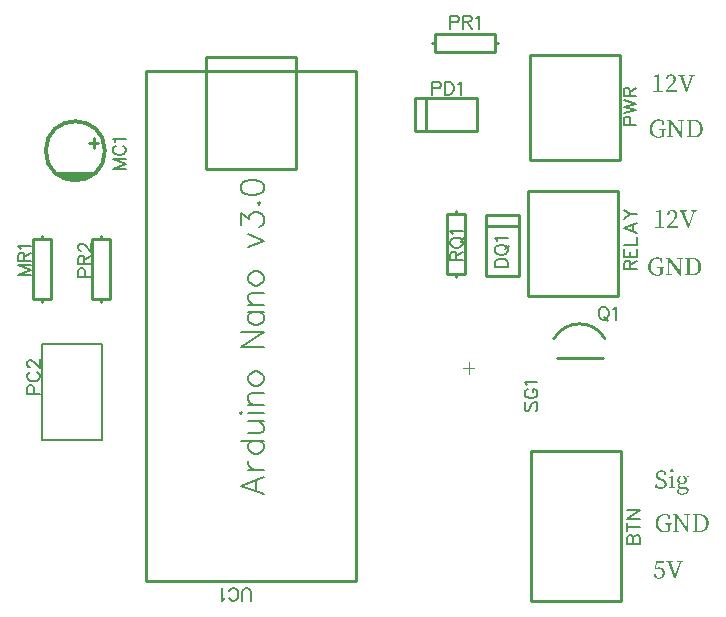
<source format=gto>
G04 Layer: TopSilkLayer*
G04 EasyEDA v6.4.17, 2021-03-05T14:08:29+01:00*
G04 e79a21ba503147348f05fdbb2aa03285,d81f5713b0f84f0ea64707c539aa2fa5,10*
G04 Gerber Generator version 0.2*
G04 Scale: 100 percent, Rotated: No, Reflected: No *
G04 Dimensions in millimeters *
G04 leading zeros omitted , absolute positions ,4 integer and 5 decimal *
%FSLAX45Y45*%
%MOMM*%

%ADD10C,0.2540*%
%ADD20C,0.1778*%
%ADD21C,0.3000*%
%ADD22C,0.2032*%
%ADD23C,0.1524*%

%LPD*%
G36*
X6541516Y5269992D02*
G01*
X6536029Y5269738D01*
X6530746Y5269077D01*
X6525615Y5267909D01*
X6520789Y5266283D01*
X6516217Y5264150D01*
X6512001Y5261610D01*
X6508191Y5258562D01*
X6504838Y5255107D01*
X6501993Y5251145D01*
X6499656Y5246725D01*
X6497929Y5241798D01*
X6496812Y5236464D01*
X6498793Y5233670D01*
X6501333Y5231536D01*
X6504330Y5230114D01*
X6507734Y5229606D01*
X6511594Y5230368D01*
X6514896Y5232755D01*
X6517640Y5237124D01*
X6519926Y5243576D01*
X6524244Y5259832D01*
X6530898Y5261000D01*
X6536435Y5261356D01*
X6542328Y5260797D01*
X6547662Y5259070D01*
X6552285Y5256326D01*
X6556197Y5252618D01*
X6559346Y5248046D01*
X6561683Y5242610D01*
X6563106Y5236464D01*
X6563614Y5229606D01*
X6563410Y5225186D01*
X6562750Y5220716D01*
X6561683Y5216296D01*
X6560159Y5211775D01*
X6558229Y5207152D01*
X6555790Y5202478D01*
X6552946Y5197602D01*
X6545834Y5187340D01*
X6536842Y5176164D01*
X6497828Y5131816D01*
X6497828Y5118100D01*
X6589268Y5118100D01*
X6589268Y5135372D01*
X6512052Y5135372D01*
X6538468Y5162296D01*
X6553352Y5178094D01*
X6564833Y5191201D01*
X6569456Y5196941D01*
X6573316Y5202275D01*
X6576466Y5207304D01*
X6578955Y5212080D01*
X6580886Y5216702D01*
X6582156Y5221274D01*
X6582918Y5225897D01*
X6583172Y5230622D01*
X6582918Y5236260D01*
X6582054Y5241544D01*
X6580682Y5246522D01*
X6578752Y5251094D01*
X6576212Y5255260D01*
X6573113Y5258968D01*
X6569405Y5262219D01*
X6565087Y5264912D01*
X6560108Y5267096D01*
X6554571Y5268671D01*
X6548374Y5269636D01*
G37*
G36*
X6440170Y5269230D02*
G01*
X6394450Y5257292D01*
X6394450Y5249672D01*
X6424168Y5252466D01*
X6424117Y5156149D01*
X6423660Y5129530D01*
X6392164Y5124958D01*
X6392164Y5118100D01*
X6474206Y5118100D01*
X6474206Y5124958D01*
X6442964Y5129530D01*
X6442456Y5165090D01*
X6442456Y5234940D01*
X6443218Y5266944D01*
G37*
G36*
X6601459Y5266944D02*
G01*
X6601459Y5259324D01*
X6618224Y5257546D01*
X6670294Y5116576D01*
X6679692Y5116576D01*
X6726428Y5256784D01*
X6745731Y5259578D01*
X6745731Y5266944D01*
X6694678Y5266944D01*
X6694678Y5258562D01*
X6715252Y5256530D01*
X6678930Y5144770D01*
X6640068Y5256784D01*
X6661658Y5258562D01*
X6661658Y5266944D01*
G37*
G36*
X6436614Y4889195D02*
G01*
X6430010Y4888941D01*
X6423609Y4888230D01*
X6417462Y4887061D01*
X6411569Y4885436D01*
X6405880Y4883353D01*
X6400495Y4880864D01*
X6395364Y4878019D01*
X6390589Y4874768D01*
X6386068Y4871161D01*
X6381902Y4867198D01*
X6378041Y4862880D01*
X6374536Y4858258D01*
X6371386Y4853279D01*
X6368643Y4848047D01*
X6366256Y4842560D01*
X6364274Y4836820D01*
X6362700Y4830775D01*
X6361582Y4824577D01*
X6360922Y4818126D01*
X6360668Y4811471D01*
X6360871Y4804714D01*
X6361582Y4798161D01*
X6362649Y4791862D01*
X6364173Y4785766D01*
X6366154Y4779975D01*
X6368440Y4774438D01*
X6371183Y4769205D01*
X6374282Y4764278D01*
X6377686Y4759604D01*
X6381496Y4755337D01*
X6385610Y4751374D01*
X6390081Y4747768D01*
X6394856Y4744516D01*
X6399885Y4741672D01*
X6405270Y4739233D01*
X6410858Y4737201D01*
X6416751Y4735576D01*
X6422898Y4734407D01*
X6429248Y4733696D01*
X6435852Y4733493D01*
X6442557Y4733696D01*
X6448958Y4734356D01*
X6455156Y4735423D01*
X6461150Y4736896D01*
X6467043Y4738776D01*
X6472834Y4740960D01*
X6484366Y4746447D01*
X6484874Y4798771D01*
X6498336Y4800041D01*
X6498336Y4807661D01*
X6440424Y4807661D01*
X6440424Y4800041D01*
X6464046Y4798263D01*
X6464300Y4747717D01*
X6458254Y4745736D01*
X6452158Y4744415D01*
X6445910Y4743653D01*
X6439408Y4743399D01*
X6433159Y4743704D01*
X6427266Y4744567D01*
X6421628Y4745990D01*
X6416344Y4748022D01*
X6411417Y4750562D01*
X6406845Y4753660D01*
X6402628Y4757267D01*
X6398818Y4761433D01*
X6395415Y4766056D01*
X6392418Y4771186D01*
X6389827Y4776774D01*
X6387693Y4782820D01*
X6386017Y4789322D01*
X6384798Y4796282D01*
X6384036Y4803648D01*
X6383782Y4811471D01*
X6384036Y4819345D01*
X6384848Y4826762D01*
X6386118Y4833772D01*
X6387896Y4840325D01*
X6390132Y4846370D01*
X6392773Y4851958D01*
X6395872Y4857089D01*
X6399326Y4861661D01*
X6403187Y4865776D01*
X6407404Y4869383D01*
X6411925Y4872431D01*
X6416802Y4874971D01*
X6421932Y4876952D01*
X6427368Y4878374D01*
X6433007Y4879238D01*
X6438900Y4879543D01*
X6445554Y4879136D01*
X6451955Y4877917D01*
X6458102Y4875885D01*
X6464046Y4872939D01*
X6469380Y4845253D01*
X6481572Y4845253D01*
X6481064Y4878273D01*
X6476390Y4880864D01*
X6471564Y4883048D01*
X6466535Y4884928D01*
X6461201Y4886502D01*
X6455613Y4887671D01*
X6449669Y4888484D01*
X6443370Y4888992D01*
G37*
G36*
X6673342Y4885639D02*
G01*
X6673342Y4878019D01*
X6693916Y4875733D01*
X6694322Y4853635D01*
X6694424Y4792167D01*
X6714744Y4792116D01*
X6714845Y4854498D01*
X6715252Y4877003D01*
X6734556Y4877003D01*
X6740652Y4876698D01*
X6746443Y4875936D01*
X6751878Y4874615D01*
X6756958Y4872736D01*
X6761683Y4870399D01*
X6766001Y4867503D01*
X6769963Y4864100D01*
X6773570Y4860188D01*
X6776720Y4855768D01*
X6779514Y4850892D01*
X6781901Y4845456D01*
X6783831Y4839614D01*
X6785406Y4833213D01*
X6786473Y4826355D01*
X6787184Y4818989D01*
X6787388Y4811217D01*
X6787184Y4803648D01*
X6786473Y4796485D01*
X6785356Y4789779D01*
X6783831Y4783480D01*
X6781850Y4777638D01*
X6779412Y4772253D01*
X6776567Y4767376D01*
X6773265Y4762906D01*
X6769608Y4758944D01*
X6765493Y4755489D01*
X6761022Y4752543D01*
X6756095Y4750104D01*
X6750812Y4748174D01*
X6745071Y4746802D01*
X6738975Y4745939D01*
X6732524Y4745685D01*
X6715252Y4745685D01*
X6714744Y4792116D01*
X6694423Y4792116D01*
X6694220Y4761433D01*
X6693916Y4746701D01*
X6673342Y4744415D01*
X6673342Y4736795D01*
X6734048Y4736795D01*
X6740601Y4736998D01*
X6746951Y4737557D01*
X6753047Y4738573D01*
X6758990Y4739944D01*
X6764629Y4741672D01*
X6770065Y4743805D01*
X6775196Y4746345D01*
X6780072Y4749241D01*
X6784594Y4752492D01*
X6788861Y4756099D01*
X6792772Y4760061D01*
X6796328Y4764379D01*
X6799529Y4769053D01*
X6802323Y4774082D01*
X6804761Y4779416D01*
X6806793Y4785106D01*
X6808368Y4791151D01*
X6809536Y4797501D01*
X6810248Y4804206D01*
X6810502Y4811217D01*
X6810298Y4818227D01*
X6809638Y4824933D01*
X6808571Y4831334D01*
X6807098Y4837379D01*
X6805269Y4843068D01*
X6803034Y4848453D01*
X6800443Y4853482D01*
X6797446Y4858156D01*
X6794144Y4862474D01*
X6790486Y4866436D01*
X6786524Y4869992D01*
X6782257Y4873244D01*
X6777685Y4876139D01*
X6772808Y4878628D01*
X6767626Y4880762D01*
X6762242Y4882489D01*
X6756552Y4883861D01*
X6750608Y4884826D01*
X6744462Y4885436D01*
X6738112Y4885639D01*
G37*
G36*
X6511290Y4885639D02*
G01*
X6511290Y4878019D01*
X6527292Y4875987D01*
X6529324Y4873193D01*
X6529070Y4747209D01*
X6510274Y4744415D01*
X6510274Y4736795D01*
X6562852Y4736795D01*
X6562852Y4744415D01*
X6539230Y4747463D01*
X6538722Y4860239D01*
X6629653Y4735271D01*
X6637528Y4735271D01*
X6637781Y4875479D01*
X6656324Y4878019D01*
X6656324Y4885639D01*
X6603746Y4885639D01*
X6603746Y4878019D01*
X6627622Y4875225D01*
X6627875Y4771847D01*
X6545580Y4885639D01*
G37*
G36*
X6423914Y3720795D02*
G01*
X6417310Y3720541D01*
X6410909Y3719829D01*
X6404762Y3718661D01*
X6398869Y3717036D01*
X6393180Y3714953D01*
X6387795Y3712464D01*
X6382664Y3709619D01*
X6377889Y3706368D01*
X6373368Y3702761D01*
X6369202Y3698798D01*
X6365341Y3694480D01*
X6361836Y3689858D01*
X6358686Y3684879D01*
X6355943Y3679647D01*
X6353556Y3674160D01*
X6351574Y3668420D01*
X6350000Y3662375D01*
X6348882Y3656177D01*
X6348222Y3649726D01*
X6347968Y3643071D01*
X6348171Y3636314D01*
X6348882Y3629761D01*
X6349949Y3623462D01*
X6351473Y3617366D01*
X6353454Y3611575D01*
X6355740Y3606037D01*
X6358483Y3600805D01*
X6361582Y3595878D01*
X6364986Y3591204D01*
X6368796Y3586937D01*
X6372910Y3582974D01*
X6377381Y3579368D01*
X6382156Y3576116D01*
X6387185Y3573272D01*
X6392570Y3570833D01*
X6398158Y3568801D01*
X6404051Y3567176D01*
X6410198Y3566007D01*
X6416548Y3565296D01*
X6423152Y3565093D01*
X6429857Y3565296D01*
X6436258Y3565956D01*
X6442456Y3567023D01*
X6448450Y3568496D01*
X6454343Y3570376D01*
X6460134Y3572560D01*
X6471666Y3578047D01*
X6472174Y3630371D01*
X6485636Y3631641D01*
X6485636Y3639261D01*
X6427724Y3639261D01*
X6427724Y3631641D01*
X6451346Y3629863D01*
X6451600Y3579317D01*
X6445554Y3577336D01*
X6439458Y3576015D01*
X6433210Y3575253D01*
X6426708Y3574999D01*
X6420459Y3575304D01*
X6414566Y3576167D01*
X6408928Y3577590D01*
X6403644Y3579622D01*
X6398717Y3582162D01*
X6394145Y3585260D01*
X6389928Y3588867D01*
X6386118Y3593033D01*
X6382715Y3597656D01*
X6379718Y3602786D01*
X6377127Y3608374D01*
X6374993Y3614420D01*
X6373317Y3620922D01*
X6372098Y3627882D01*
X6371336Y3635248D01*
X6371082Y3643071D01*
X6371336Y3650945D01*
X6372148Y3658362D01*
X6373418Y3665372D01*
X6375196Y3671925D01*
X6377432Y3677970D01*
X6380073Y3683558D01*
X6383172Y3688689D01*
X6386626Y3693261D01*
X6390487Y3697376D01*
X6394704Y3700983D01*
X6399225Y3704031D01*
X6404102Y3706571D01*
X6409232Y3708552D01*
X6414668Y3709974D01*
X6420307Y3710838D01*
X6426200Y3711143D01*
X6432854Y3710736D01*
X6439255Y3709517D01*
X6445402Y3707485D01*
X6451346Y3704539D01*
X6456680Y3676853D01*
X6468872Y3676853D01*
X6468364Y3709873D01*
X6463690Y3712464D01*
X6458864Y3714648D01*
X6453835Y3716528D01*
X6448501Y3718102D01*
X6442913Y3719271D01*
X6436969Y3720084D01*
X6430670Y3720592D01*
G37*
G36*
X6660642Y3717239D02*
G01*
X6660642Y3709619D01*
X6681216Y3707333D01*
X6681622Y3685235D01*
X6681724Y3623767D01*
X6702044Y3623716D01*
X6702145Y3686098D01*
X6702552Y3708603D01*
X6721856Y3708603D01*
X6727952Y3708298D01*
X6733743Y3707536D01*
X6739178Y3706215D01*
X6744258Y3704336D01*
X6748983Y3701999D01*
X6753301Y3699103D01*
X6757263Y3695700D01*
X6760870Y3691788D01*
X6764020Y3687368D01*
X6766814Y3682492D01*
X6769201Y3677056D01*
X6771131Y3671214D01*
X6772706Y3664813D01*
X6773773Y3657955D01*
X6774484Y3650589D01*
X6774688Y3642817D01*
X6774484Y3635248D01*
X6773773Y3628085D01*
X6772656Y3621379D01*
X6771131Y3615080D01*
X6769150Y3609238D01*
X6766712Y3603853D01*
X6763867Y3598976D01*
X6760565Y3594506D01*
X6756908Y3590544D01*
X6752793Y3587089D01*
X6748322Y3584143D01*
X6743395Y3581704D01*
X6738112Y3579774D01*
X6732371Y3578402D01*
X6726275Y3577539D01*
X6719824Y3577285D01*
X6702552Y3577285D01*
X6702044Y3623716D01*
X6681723Y3623716D01*
X6681520Y3593033D01*
X6681216Y3578301D01*
X6660642Y3576015D01*
X6660642Y3568395D01*
X6721348Y3568395D01*
X6727901Y3568598D01*
X6734251Y3569157D01*
X6740347Y3570173D01*
X6746290Y3571544D01*
X6751929Y3573272D01*
X6757365Y3575405D01*
X6762496Y3577945D01*
X6767372Y3580841D01*
X6771894Y3584092D01*
X6776161Y3587699D01*
X6780072Y3591661D01*
X6783628Y3595979D01*
X6786829Y3600653D01*
X6789623Y3605682D01*
X6792061Y3611016D01*
X6794093Y3616706D01*
X6795668Y3622751D01*
X6796836Y3629101D01*
X6797548Y3635806D01*
X6797802Y3642817D01*
X6797598Y3649827D01*
X6796938Y3656533D01*
X6795871Y3662934D01*
X6794398Y3668979D01*
X6792569Y3674668D01*
X6790334Y3680053D01*
X6787743Y3685082D01*
X6784746Y3689756D01*
X6781444Y3694074D01*
X6777786Y3698036D01*
X6773824Y3701592D01*
X6769557Y3704844D01*
X6764985Y3707739D01*
X6760108Y3710228D01*
X6754926Y3712362D01*
X6749542Y3714089D01*
X6743852Y3715461D01*
X6737908Y3716426D01*
X6731762Y3717036D01*
X6725412Y3717239D01*
G37*
G36*
X6498590Y3717239D02*
G01*
X6498590Y3709619D01*
X6514592Y3707587D01*
X6516624Y3704793D01*
X6516370Y3578809D01*
X6497574Y3576015D01*
X6497574Y3568395D01*
X6550152Y3568395D01*
X6550152Y3576015D01*
X6526530Y3579063D01*
X6526022Y3691839D01*
X6616953Y3566871D01*
X6624828Y3566871D01*
X6625081Y3707079D01*
X6643624Y3709619D01*
X6643624Y3717239D01*
X6591046Y3717239D01*
X6591046Y3709619D01*
X6614922Y3706825D01*
X6615175Y3603447D01*
X6532880Y3717239D01*
G37*
G36*
X6487414Y1549095D02*
G01*
X6480810Y1548841D01*
X6474409Y1548130D01*
X6468262Y1546961D01*
X6462369Y1545336D01*
X6456680Y1543253D01*
X6451295Y1540764D01*
X6446164Y1537919D01*
X6441389Y1534668D01*
X6436868Y1531061D01*
X6432702Y1527098D01*
X6428841Y1522780D01*
X6425336Y1518158D01*
X6422186Y1513179D01*
X6419443Y1507947D01*
X6417056Y1502460D01*
X6415074Y1496720D01*
X6413500Y1490675D01*
X6412382Y1484477D01*
X6411722Y1478026D01*
X6411468Y1471371D01*
X6411671Y1464614D01*
X6412382Y1458061D01*
X6413449Y1451762D01*
X6414973Y1445666D01*
X6416954Y1439875D01*
X6419240Y1434338D01*
X6421983Y1429105D01*
X6425082Y1424178D01*
X6428486Y1419504D01*
X6432296Y1415237D01*
X6436410Y1411274D01*
X6440881Y1407668D01*
X6445656Y1404416D01*
X6450685Y1401572D01*
X6456070Y1399133D01*
X6461658Y1397101D01*
X6467551Y1395476D01*
X6473698Y1394307D01*
X6480048Y1393596D01*
X6486652Y1393393D01*
X6493357Y1393596D01*
X6499758Y1394256D01*
X6505956Y1395323D01*
X6511950Y1396796D01*
X6517843Y1398676D01*
X6523634Y1400860D01*
X6535166Y1406347D01*
X6535674Y1458671D01*
X6549135Y1459941D01*
X6549135Y1467561D01*
X6491224Y1467561D01*
X6491224Y1459941D01*
X6514846Y1458163D01*
X6515100Y1407617D01*
X6509054Y1405636D01*
X6502958Y1404315D01*
X6496710Y1403553D01*
X6490208Y1403299D01*
X6483959Y1403604D01*
X6478066Y1404467D01*
X6472428Y1405890D01*
X6467144Y1407922D01*
X6462217Y1410462D01*
X6457645Y1413560D01*
X6453428Y1417167D01*
X6449618Y1421333D01*
X6446215Y1425956D01*
X6443218Y1431086D01*
X6440627Y1436674D01*
X6438493Y1442720D01*
X6436817Y1449222D01*
X6435598Y1456182D01*
X6434836Y1463548D01*
X6434582Y1471371D01*
X6434836Y1479245D01*
X6435648Y1486662D01*
X6436918Y1493672D01*
X6438696Y1500225D01*
X6440932Y1506270D01*
X6443573Y1511858D01*
X6446672Y1516989D01*
X6450126Y1521561D01*
X6453987Y1525676D01*
X6458204Y1529283D01*
X6462725Y1532331D01*
X6467602Y1534871D01*
X6472732Y1536852D01*
X6478168Y1538274D01*
X6483807Y1539138D01*
X6489700Y1539443D01*
X6496354Y1539036D01*
X6502755Y1537817D01*
X6508902Y1535785D01*
X6514846Y1532839D01*
X6520180Y1505153D01*
X6532372Y1505153D01*
X6531864Y1538173D01*
X6527190Y1540764D01*
X6522364Y1542948D01*
X6517335Y1544828D01*
X6512001Y1546402D01*
X6506413Y1547571D01*
X6500469Y1548384D01*
X6494170Y1548892D01*
G37*
G36*
X6724142Y1545539D02*
G01*
X6724142Y1537919D01*
X6744716Y1535633D01*
X6745122Y1513535D01*
X6745224Y1452067D01*
X6765544Y1452016D01*
X6765645Y1514398D01*
X6766052Y1536903D01*
X6785356Y1536903D01*
X6791452Y1536598D01*
X6797243Y1535836D01*
X6802678Y1534515D01*
X6807758Y1532636D01*
X6812483Y1530299D01*
X6816801Y1527403D01*
X6820763Y1524000D01*
X6824370Y1520088D01*
X6827520Y1515668D01*
X6830314Y1510792D01*
X6832701Y1505356D01*
X6834631Y1499514D01*
X6836206Y1493113D01*
X6837273Y1486255D01*
X6837984Y1478889D01*
X6838188Y1471117D01*
X6837984Y1463548D01*
X6837273Y1456385D01*
X6836156Y1449679D01*
X6834631Y1443380D01*
X6832650Y1437538D01*
X6830212Y1432153D01*
X6827367Y1427276D01*
X6824065Y1422806D01*
X6820408Y1418844D01*
X6816293Y1415389D01*
X6811822Y1412443D01*
X6806895Y1410004D01*
X6801612Y1408074D01*
X6795871Y1406702D01*
X6789775Y1405839D01*
X6783324Y1405585D01*
X6766052Y1405585D01*
X6765544Y1452016D01*
X6745223Y1452016D01*
X6745020Y1421333D01*
X6744716Y1406601D01*
X6724142Y1404315D01*
X6724142Y1396695D01*
X6784848Y1396695D01*
X6791401Y1396898D01*
X6797751Y1397457D01*
X6803847Y1398473D01*
X6809790Y1399844D01*
X6815429Y1401572D01*
X6820865Y1403705D01*
X6825996Y1406245D01*
X6830872Y1409141D01*
X6835394Y1412392D01*
X6839661Y1415999D01*
X6843572Y1419961D01*
X6847128Y1424279D01*
X6850329Y1428953D01*
X6853123Y1433982D01*
X6855561Y1439316D01*
X6857593Y1445006D01*
X6859168Y1451051D01*
X6860336Y1457401D01*
X6861048Y1464106D01*
X6861302Y1471117D01*
X6861098Y1478127D01*
X6860438Y1484833D01*
X6859371Y1491234D01*
X6857898Y1497279D01*
X6856069Y1502968D01*
X6853834Y1508353D01*
X6851243Y1513382D01*
X6848246Y1518056D01*
X6844944Y1522374D01*
X6841286Y1526336D01*
X6837324Y1529892D01*
X6833057Y1533144D01*
X6828485Y1536039D01*
X6823608Y1538528D01*
X6818426Y1540662D01*
X6813042Y1542389D01*
X6807352Y1543761D01*
X6801408Y1544726D01*
X6795262Y1545336D01*
X6788912Y1545539D01*
G37*
G36*
X6562090Y1545539D02*
G01*
X6562090Y1537919D01*
X6578092Y1535887D01*
X6580124Y1533093D01*
X6579870Y1407109D01*
X6561074Y1404315D01*
X6561074Y1396695D01*
X6613652Y1396695D01*
X6613652Y1404315D01*
X6590030Y1407363D01*
X6589522Y1520139D01*
X6680453Y1395171D01*
X6688328Y1395171D01*
X6688581Y1535379D01*
X6707124Y1537919D01*
X6707124Y1545539D01*
X6654546Y1545539D01*
X6654546Y1537919D01*
X6678422Y1535125D01*
X6678675Y1431747D01*
X6596380Y1545539D01*
G37*
G36*
X6549390Y1926589D02*
G01*
X6543700Y1925624D01*
X6539128Y1922881D01*
X6536029Y1918665D01*
X6534912Y1913128D01*
X6536029Y1907539D01*
X6539077Y1903069D01*
X6543700Y1900174D01*
X6549390Y1899157D01*
X6554825Y1900174D01*
X6559346Y1903120D01*
X6562445Y1907539D01*
X6563614Y1913128D01*
X6562445Y1918665D01*
X6559346Y1922881D01*
X6554825Y1925624D01*
G37*
G36*
X6462522Y1917700D02*
G01*
X6455664Y1917395D01*
X6449161Y1916480D01*
X6443014Y1914956D01*
X6437274Y1912874D01*
X6431991Y1910181D01*
X6427266Y1906981D01*
X6423152Y1903222D01*
X6419646Y1898904D01*
X6416802Y1894128D01*
X6414719Y1888845D01*
X6413449Y1883054D01*
X6412992Y1876806D01*
X6413296Y1871421D01*
X6414211Y1866392D01*
X6415735Y1861769D01*
X6417818Y1857451D01*
X6420408Y1853438D01*
X6423507Y1849729D01*
X6427063Y1846275D01*
X6431127Y1843074D01*
X6435598Y1840128D01*
X6440474Y1837334D01*
X6451346Y1832356D01*
X6466636Y1825853D01*
X6472428Y1822957D01*
X6477254Y1819910D01*
X6481114Y1816658D01*
X6484061Y1813102D01*
X6486093Y1809140D01*
X6487261Y1804670D01*
X6487668Y1799589D01*
X6487007Y1793239D01*
X6485128Y1787652D01*
X6482130Y1782927D01*
X6477965Y1778965D01*
X6472834Y1775917D01*
X6466789Y1773682D01*
X6459829Y1772361D01*
X6452108Y1771904D01*
X6445504Y1772208D01*
X6439560Y1773123D01*
X6434074Y1774799D01*
X6428740Y1777238D01*
X6423152Y1805178D01*
X6411722Y1805178D01*
X6410452Y1773936D01*
X6414516Y1771548D01*
X6419138Y1769262D01*
X6424168Y1767281D01*
X6429552Y1765503D01*
X6435293Y1764030D01*
X6441236Y1762912D01*
X6447383Y1762252D01*
X6453632Y1761998D01*
X6461150Y1762302D01*
X6468262Y1763318D01*
X6474866Y1764893D01*
X6480962Y1767128D01*
X6486499Y1769922D01*
X6491427Y1773326D01*
X6495694Y1777238D01*
X6499301Y1781657D01*
X6502146Y1786636D01*
X6504228Y1792122D01*
X6505498Y1798015D01*
X6505956Y1804416D01*
X6505702Y1809445D01*
X6504990Y1814169D01*
X6503771Y1818589D01*
X6502044Y1822754D01*
X6499707Y1826615D01*
X6496761Y1830324D01*
X6493256Y1833829D01*
X6489039Y1837131D01*
X6484213Y1840331D01*
X6478625Y1843430D01*
X6472377Y1846427D01*
X6450736Y1855419D01*
X6445758Y1858111D01*
X6441440Y1861108D01*
X6437833Y1864461D01*
X6435039Y1868170D01*
X6432956Y1872234D01*
X6431686Y1876806D01*
X6431280Y1881886D01*
X6431889Y1887880D01*
X6433616Y1893163D01*
X6436410Y1897634D01*
X6440119Y1901342D01*
X6444640Y1904238D01*
X6449923Y1906371D01*
X6455816Y1907641D01*
X6462268Y1908048D01*
X6467297Y1907793D01*
X6471869Y1906981D01*
X6476238Y1905558D01*
X6480556Y1903475D01*
X6486144Y1876806D01*
X6497828Y1876806D01*
X6499098Y1906016D01*
X6495389Y1908556D01*
X6491427Y1910842D01*
X6487210Y1912823D01*
X6482791Y1914550D01*
X6478117Y1915871D01*
X6473190Y1916887D01*
X6468008Y1917496D01*
G37*
G36*
X6635496Y1873757D02*
G01*
X6629806Y1873504D01*
X6624421Y1872691D01*
X6619341Y1871319D01*
X6614718Y1869490D01*
X6610451Y1867103D01*
X6606641Y1864258D01*
X6603339Y1860905D01*
X6600596Y1857146D01*
X6598361Y1852879D01*
X6596735Y1848154D01*
X6595719Y1843024D01*
X6595378Y1837182D01*
X6612636Y1837182D01*
X6613042Y1843328D01*
X6614261Y1848866D01*
X6616192Y1853844D01*
X6618884Y1858060D01*
X6622186Y1861464D01*
X6626148Y1864004D01*
X6630670Y1865579D01*
X6635750Y1866138D01*
X6640728Y1865579D01*
X6645097Y1864055D01*
X6648856Y1861566D01*
X6652056Y1858213D01*
X6654546Y1854098D01*
X6656374Y1849323D01*
X6657492Y1843887D01*
X6657848Y1837943D01*
X6657441Y1831695D01*
X6656273Y1826006D01*
X6654342Y1820925D01*
X6651752Y1816607D01*
X6648450Y1813052D01*
X6644538Y1810461D01*
X6640068Y1808784D01*
X6634988Y1808225D01*
X6630009Y1808734D01*
X6625590Y1810308D01*
X6621780Y1812747D01*
X6618579Y1816150D01*
X6616039Y1820316D01*
X6614159Y1825243D01*
X6613042Y1830882D01*
X6612636Y1837182D01*
X6595378Y1837182D01*
X6595668Y1832000D01*
X6596532Y1827022D01*
X6597954Y1822450D01*
X6599885Y1818284D01*
X6602323Y1814525D01*
X6605219Y1811223D01*
X6608572Y1808378D01*
X6612381Y1805939D01*
X6605270Y1798675D01*
X6600545Y1792376D01*
X6597954Y1786686D01*
X6597142Y1781302D01*
X6598107Y1775358D01*
X6600952Y1770481D01*
X6605524Y1766671D01*
X6611620Y1764030D01*
X6601612Y1758442D01*
X6594906Y1752549D01*
X6591198Y1746300D01*
X6590545Y1742439D01*
X6607302Y1742439D01*
X6607809Y1748028D01*
X6609384Y1753057D01*
X6612229Y1757883D01*
X6616446Y1762760D01*
X6621322Y1762404D01*
X6653022Y1762252D01*
X6663181Y1760880D01*
X6669938Y1757070D01*
X6673697Y1751431D01*
X6674866Y1744472D01*
X6674256Y1739696D01*
X6672427Y1735226D01*
X6669328Y1731264D01*
X6665112Y1727860D01*
X6659625Y1725015D01*
X6653022Y1722882D01*
X6645198Y1721561D01*
X6636258Y1721104D01*
X6629958Y1721408D01*
X6624320Y1722374D01*
X6619392Y1723948D01*
X6615226Y1726234D01*
X6611823Y1729232D01*
X6609384Y1732889D01*
X6607809Y1737309D01*
X6607302Y1742439D01*
X6590545Y1742439D01*
X6590030Y1739392D01*
X6590334Y1735480D01*
X6591198Y1731822D01*
X6592722Y1728368D01*
X6594856Y1725168D01*
X6597599Y1722272D01*
X6601053Y1719681D01*
X6605168Y1717395D01*
X6609943Y1715516D01*
X6615430Y1713992D01*
X6621627Y1712874D01*
X6628587Y1712214D01*
X6636258Y1711960D01*
X6644944Y1712366D01*
X6652920Y1713484D01*
X6660134Y1715262D01*
X6666636Y1717598D01*
X6672325Y1720545D01*
X6677304Y1723898D01*
X6681520Y1727657D01*
X6684975Y1731772D01*
X6687667Y1736191D01*
X6689598Y1740763D01*
X6690715Y1745488D01*
X6691122Y1750314D01*
X6690563Y1756562D01*
X6688937Y1762099D01*
X6686194Y1766925D01*
X6682384Y1770989D01*
X6677355Y1774189D01*
X6671208Y1776577D01*
X6663842Y1778000D01*
X6655308Y1778507D01*
X6625844Y1778507D01*
X6618884Y1779219D01*
X6614515Y1781251D01*
X6612280Y1784502D01*
X6611620Y1788922D01*
X6611975Y1792732D01*
X6613144Y1796237D01*
X6615074Y1799742D01*
X6617716Y1803400D01*
X6621830Y1802231D01*
X6626148Y1801317D01*
X6630670Y1800809D01*
X6635496Y1800606D01*
X6641134Y1800860D01*
X6646519Y1801723D01*
X6651498Y1803095D01*
X6656171Y1804974D01*
X6660438Y1807362D01*
X6664248Y1810257D01*
X6667550Y1813661D01*
X6670344Y1817522D01*
X6672630Y1821840D01*
X6674256Y1826615D01*
X6675272Y1831797D01*
X6675628Y1837436D01*
X6675221Y1843633D01*
X6674002Y1849272D01*
X6672072Y1854301D01*
X6669531Y1858772D01*
X6692138Y1858264D01*
X6692138Y1871472D01*
X6688836Y1873504D01*
X6663436Y1865122D01*
X6657797Y1868932D01*
X6651193Y1871624D01*
X6643725Y1873250D01*
G37*
G36*
X6555994Y1873504D02*
G01*
X6521957Y1861566D01*
X6521957Y1854962D01*
X6539992Y1853184D01*
X6540449Y1839518D01*
X6540246Y1774698D01*
X6523228Y1772157D01*
X6523228Y1765300D01*
X6574281Y1765300D01*
X6574281Y1772157D01*
X6559042Y1774698D01*
X6558838Y1793748D01*
X6558788Y1842007D01*
X6559042Y1871472D01*
G37*
G36*
X6502400Y1152144D02*
G01*
X6502400Y1144524D01*
X6519418Y1142746D01*
X6571488Y1001776D01*
X6580631Y1001776D01*
X6627368Y1141984D01*
X6646672Y1144778D01*
X6646672Y1152144D01*
X6595872Y1152144D01*
X6595872Y1143762D01*
X6616192Y1141730D01*
X6580124Y1029969D01*
X6541007Y1141984D01*
X6562852Y1143762D01*
X6562852Y1152144D01*
G37*
G36*
X6413246Y1152144D02*
G01*
X6408674Y1082802D01*
X6414262Y1081024D01*
X6419646Y1082344D01*
X6425031Y1083310D01*
X6430365Y1083868D01*
X6435598Y1084072D01*
X6440779Y1083818D01*
X6445605Y1083005D01*
X6450076Y1081633D01*
X6454190Y1079804D01*
X6457848Y1077417D01*
X6461150Y1074521D01*
X6463944Y1071168D01*
X6466281Y1067358D01*
X6468160Y1063091D01*
X6469532Y1058316D01*
X6470345Y1053134D01*
X6470650Y1047496D01*
X6470396Y1041806D01*
X6469684Y1036523D01*
X6468465Y1031595D01*
X6466738Y1027125D01*
X6464554Y1023010D01*
X6461963Y1019454D01*
X6458864Y1016304D01*
X6455359Y1013714D01*
X6451346Y1011631D01*
X6446977Y1010107D01*
X6442100Y1009192D01*
X6436868Y1008887D01*
X6433312Y1009040D01*
X6426352Y1010056D01*
X6422898Y1010919D01*
X6417056Y1031189D01*
X6414668Y1035456D01*
X6411468Y1037691D01*
X6407150Y1038352D01*
X6403746Y1037894D01*
X6400800Y1036624D01*
X6398412Y1034389D01*
X6396736Y1031240D01*
X6398818Y1024077D01*
X6401866Y1017879D01*
X6405778Y1012596D01*
X6410604Y1008278D01*
X6416243Y1004874D01*
X6422745Y1002436D01*
X6430060Y1001014D01*
X6438138Y1000506D01*
X6443929Y1000709D01*
X6449415Y1001420D01*
X6454648Y1002487D01*
X6459575Y1004011D01*
X6464147Y1005941D01*
X6468465Y1008227D01*
X6472377Y1010919D01*
X6475984Y1013917D01*
X6479184Y1017320D01*
X6482029Y1021029D01*
X6484467Y1025042D01*
X6486499Y1029309D01*
X6488125Y1033932D01*
X6489242Y1038809D01*
X6489954Y1043889D01*
X6490208Y1049274D01*
X6489801Y1056436D01*
X6488582Y1063040D01*
X6486652Y1069136D01*
X6484010Y1074623D01*
X6480657Y1079500D01*
X6476695Y1083767D01*
X6472123Y1087475D01*
X6466941Y1090472D01*
X6461252Y1092911D01*
X6455105Y1094587D01*
X6448501Y1095654D01*
X6441440Y1096010D01*
X6435496Y1095806D01*
X6429908Y1095197D01*
X6424422Y1094181D01*
X6419088Y1092708D01*
X6421882Y1134872D01*
X6486144Y1134872D01*
X6486144Y1152144D01*
G37*
G36*
X6554216Y4121302D02*
G01*
X6548729Y4121099D01*
X6543446Y4120387D01*
X6538315Y4119219D01*
X6533489Y4117594D01*
X6528917Y4115511D01*
X6524701Y4112920D01*
X6520891Y4109923D01*
X6517538Y4106418D01*
X6514693Y4102455D01*
X6512356Y4098036D01*
X6510629Y4093159D01*
X6509512Y4087774D01*
X6511493Y4084980D01*
X6514033Y4082846D01*
X6517030Y4081424D01*
X6520434Y4080916D01*
X6524294Y4081678D01*
X6527596Y4084116D01*
X6530340Y4088434D01*
X6532626Y4094886D01*
X6536944Y4111142D01*
X6543598Y4112310D01*
X6549135Y4112666D01*
X6555028Y4112107D01*
X6560362Y4110380D01*
X6564985Y4107637D01*
X6568897Y4103928D01*
X6572046Y4099356D01*
X6574383Y4093921D01*
X6575806Y4087774D01*
X6576314Y4080916D01*
X6576110Y4076496D01*
X6575450Y4072077D01*
X6574383Y4067606D01*
X6572859Y4063085D01*
X6570929Y4058513D01*
X6568490Y4053789D01*
X6565646Y4048912D01*
X6558534Y4038650D01*
X6549542Y4027474D01*
X6510528Y3983126D01*
X6510528Y3969410D01*
X6601968Y3969410D01*
X6601968Y3986682D01*
X6524752Y3986682D01*
X6551168Y4013606D01*
X6566052Y4029405D01*
X6577533Y4042511D01*
X6582156Y4048251D01*
X6586016Y4053586D01*
X6589166Y4058615D01*
X6591655Y4063390D01*
X6593586Y4068013D01*
X6594856Y4072585D01*
X6595618Y4077208D01*
X6595872Y4081932D01*
X6595618Y4087571D01*
X6594754Y4092905D01*
X6593382Y4097832D01*
X6591452Y4102404D01*
X6588912Y4106570D01*
X6585813Y4110278D01*
X6582105Y4113529D01*
X6577787Y4116222D01*
X6572808Y4118406D01*
X6567271Y4119981D01*
X6561074Y4120997D01*
G37*
G36*
X6452870Y4120540D02*
G01*
X6407150Y4108602D01*
X6407150Y4100982D01*
X6436868Y4103776D01*
X6436817Y4007459D01*
X6436360Y3980840D01*
X6404864Y3976268D01*
X6404864Y3969410D01*
X6486906Y3969410D01*
X6486906Y3976268D01*
X6455664Y3980840D01*
X6455156Y4016400D01*
X6455156Y4086250D01*
X6455918Y4118254D01*
G37*
G36*
X6614159Y4118254D02*
G01*
X6614159Y4110634D01*
X6630924Y4108856D01*
X6682994Y3967886D01*
X6692392Y3967886D01*
X6739128Y4108094D01*
X6758431Y4110888D01*
X6758431Y4118254D01*
X6707378Y4118254D01*
X6707378Y4109872D01*
X6727952Y4107840D01*
X6691630Y3996080D01*
X6652768Y4108094D01*
X6674358Y4109872D01*
X6674358Y4118254D01*
G37*
G36*
X4828540Y2833370D02*
G01*
X4828540Y2783840D01*
X4781804Y2783840D01*
X4781804Y2773172D01*
X4828540Y2773172D01*
X4828540Y2722880D01*
X4840224Y2722880D01*
X4840224Y2773172D01*
X4886706Y2773172D01*
X4886706Y2783840D01*
X4840224Y2783840D01*
X4840224Y2833370D01*
G37*
D23*
X1522984Y3556000D02*
G01*
X1631950Y3556000D01*
X1522984Y3556000D02*
G01*
X1522984Y3602736D01*
X1528063Y3618229D01*
X1533397Y3623563D01*
X1543812Y3628644D01*
X1559305Y3628644D01*
X1569720Y3623563D01*
X1574800Y3618229D01*
X1580134Y3602736D01*
X1580134Y3556000D01*
X1522984Y3662934D02*
G01*
X1631950Y3662934D01*
X1522984Y3662934D02*
G01*
X1522984Y3709670D01*
X1528063Y3725418D01*
X1533397Y3730497D01*
X1543812Y3735831D01*
X1554226Y3735831D01*
X1564639Y3730497D01*
X1569720Y3725418D01*
X1574800Y3709670D01*
X1574800Y3662934D01*
X1574800Y3699510D02*
G01*
X1631950Y3735831D01*
X1548892Y3775202D02*
G01*
X1543812Y3775202D01*
X1533397Y3780536D01*
X1528063Y3785615D01*
X1522984Y3796029D01*
X1522984Y3816857D01*
X1528063Y3827271D01*
X1533397Y3832352D01*
X1543812Y3837686D01*
X1554226Y3837686D01*
X1564639Y3832352D01*
X1580134Y3821937D01*
X1631950Y3770121D01*
X1631950Y3842765D01*
X4673600Y5766815D02*
G01*
X4673600Y5657850D01*
X4673600Y5766815D02*
G01*
X4720336Y5766815D01*
X4735829Y5761736D01*
X4741163Y5756402D01*
X4746243Y5745987D01*
X4746243Y5730494D01*
X4741163Y5720079D01*
X4735829Y5715000D01*
X4720336Y5709665D01*
X4673600Y5709665D01*
X4780534Y5766815D02*
G01*
X4780534Y5657850D01*
X4780534Y5766815D02*
G01*
X4827270Y5766815D01*
X4843018Y5761736D01*
X4848097Y5756402D01*
X4853431Y5745987D01*
X4853431Y5735573D01*
X4848097Y5725160D01*
X4843018Y5720079D01*
X4827270Y5715000D01*
X4780534Y5715000D01*
X4817109Y5715000D02*
G01*
X4853431Y5657850D01*
X4887722Y5745987D02*
G01*
X4898136Y5751321D01*
X4913629Y5766815D01*
X4913629Y5657850D01*
X1014984Y3568700D02*
G01*
X1123950Y3568700D01*
X1014984Y3568700D02*
G01*
X1123950Y3610355D01*
X1014984Y3651757D02*
G01*
X1123950Y3610355D01*
X1014984Y3651757D02*
G01*
X1123950Y3651757D01*
X1014984Y3686047D02*
G01*
X1123950Y3686047D01*
X1014984Y3686047D02*
G01*
X1014984Y3732784D01*
X1020063Y3748531D01*
X1025397Y3753612D01*
X1035812Y3758945D01*
X1046226Y3758945D01*
X1056639Y3753612D01*
X1061720Y3748531D01*
X1066800Y3732784D01*
X1066800Y3686047D01*
X1066800Y3722370D02*
G01*
X1123950Y3758945D01*
X1035812Y3793236D02*
G01*
X1030478Y3803650D01*
X1014984Y3819144D01*
X1123950Y3819144D01*
X4672584Y3695700D02*
G01*
X4781550Y3695700D01*
X4672584Y3695700D02*
G01*
X4672584Y3742436D01*
X4677663Y3757929D01*
X4682997Y3763263D01*
X4693411Y3768344D01*
X4703825Y3768344D01*
X4714240Y3763263D01*
X4719320Y3757929D01*
X4724400Y3742436D01*
X4724400Y3695700D01*
X4724400Y3732021D02*
G01*
X4781550Y3768344D01*
X4672584Y3833876D02*
G01*
X4677663Y3823462D01*
X4688077Y3813047D01*
X4698491Y3807968D01*
X4714240Y3802634D01*
X4740147Y3802634D01*
X4755641Y3807968D01*
X4766056Y3813047D01*
X4776470Y3823462D01*
X4781550Y3833876D01*
X4781550Y3854704D01*
X4776470Y3865118D01*
X4766056Y3875531D01*
X4755641Y3880612D01*
X4740147Y3885945D01*
X4714240Y3885945D01*
X4698491Y3880612D01*
X4688077Y3875531D01*
X4677663Y3865118D01*
X4672584Y3854704D01*
X4672584Y3833876D01*
X4760975Y3849370D02*
G01*
X4791963Y3880612D01*
X4693411Y3920236D02*
G01*
X4688077Y3930650D01*
X4672584Y3946144D01*
X4781550Y3946144D01*
X5962141Y3303015D02*
G01*
X5951727Y3297936D01*
X5941313Y3287521D01*
X5935979Y3277107D01*
X5930900Y3261360D01*
X5930900Y3235452D01*
X5935979Y3219957D01*
X5941313Y3209544D01*
X5951727Y3199129D01*
X5962141Y3194050D01*
X5982970Y3194050D01*
X5993129Y3199129D01*
X6003543Y3209544D01*
X6008877Y3219957D01*
X6013958Y3235452D01*
X6013958Y3261360D01*
X6008877Y3277107D01*
X6003543Y3287521D01*
X5993129Y3297936D01*
X5982970Y3303015D01*
X5962141Y3303015D01*
X5977636Y3214623D02*
G01*
X6008877Y3183636D01*
X6048247Y3282187D02*
G01*
X6058661Y3287521D01*
X6074409Y3303015D01*
X6074409Y3194050D01*
X1815084Y4470400D02*
G01*
X1924050Y4470400D01*
X1815084Y4470400D02*
G01*
X1924050Y4512055D01*
X1815084Y4553457D02*
G01*
X1924050Y4512055D01*
X1815084Y4553457D02*
G01*
X1924050Y4553457D01*
X1840992Y4665726D02*
G01*
X1830578Y4660645D01*
X1820163Y4650231D01*
X1815084Y4639818D01*
X1815084Y4618989D01*
X1820163Y4608576D01*
X1830578Y4598162D01*
X1840992Y4593081D01*
X1856739Y4587747D01*
X1882647Y4587747D01*
X1898142Y4593081D01*
X1908555Y4598162D01*
X1918970Y4608576D01*
X1924050Y4618989D01*
X1924050Y4639818D01*
X1918970Y4650231D01*
X1908555Y4660645D01*
X1898142Y4665726D01*
X1835912Y4700015D02*
G01*
X1830578Y4710429D01*
X1815084Y4725923D01*
X1924050Y4725923D01*
X5317743Y2494534D02*
G01*
X5307329Y2484120D01*
X5302250Y2468626D01*
X5302250Y2447797D01*
X5307329Y2432304D01*
X5317743Y2421889D01*
X5328158Y2421889D01*
X5338572Y2426970D01*
X5343906Y2432304D01*
X5348986Y2442718D01*
X5359400Y2473960D01*
X5364479Y2484120D01*
X5369813Y2489454D01*
X5380227Y2494534D01*
X5395722Y2494534D01*
X5406136Y2484120D01*
X5411215Y2468626D01*
X5411215Y2447797D01*
X5406136Y2432304D01*
X5395722Y2421889D01*
X5328158Y2606802D02*
G01*
X5317743Y2601721D01*
X5307329Y2591307D01*
X5302250Y2580894D01*
X5302250Y2560065D01*
X5307329Y2549652D01*
X5317743Y2539237D01*
X5328158Y2534157D01*
X5343906Y2528823D01*
X5369813Y2528823D01*
X5385308Y2534157D01*
X5395722Y2539237D01*
X5406136Y2549652D01*
X5411215Y2560065D01*
X5411215Y2580894D01*
X5406136Y2591307D01*
X5395722Y2601721D01*
X5385308Y2606802D01*
X5369813Y2606802D01*
X5369813Y2580894D02*
G01*
X5369813Y2606802D01*
X5323077Y2641092D02*
G01*
X5317743Y2651505D01*
X5302250Y2667000D01*
X5411215Y2667000D01*
X6140450Y4838192D02*
G01*
X6249415Y4838192D01*
X6140450Y4838192D02*
G01*
X6140450Y4884928D01*
X6145529Y4900421D01*
X6150863Y4905755D01*
X6161277Y4910836D01*
X6176772Y4910836D01*
X6187186Y4905755D01*
X6192265Y4900421D01*
X6197600Y4884928D01*
X6197600Y4838192D01*
X6140450Y4945126D02*
G01*
X6249415Y4971287D01*
X6140450Y4997195D02*
G01*
X6249415Y4971287D01*
X6140450Y4997195D02*
G01*
X6249415Y5023104D01*
X6140450Y5049012D02*
G01*
X6249415Y5023104D01*
X6140450Y5083302D02*
G01*
X6249415Y5083302D01*
X6140450Y5083302D02*
G01*
X6140450Y5130292D01*
X6145529Y5145786D01*
X6150863Y5150865D01*
X6161277Y5156200D01*
X6171691Y5156200D01*
X6182106Y5150865D01*
X6187186Y5145786D01*
X6192265Y5130292D01*
X6192265Y5083302D01*
X6192265Y5119878D02*
G01*
X6249415Y5156200D01*
X6145784Y3619500D02*
G01*
X6254750Y3619500D01*
X6145784Y3619500D02*
G01*
X6145784Y3666236D01*
X6150863Y3681729D01*
X6156197Y3687063D01*
X6166611Y3692144D01*
X6177025Y3692144D01*
X6187440Y3687063D01*
X6192520Y3681729D01*
X6197600Y3666236D01*
X6197600Y3619500D01*
X6197600Y3655821D02*
G01*
X6254750Y3692144D01*
X6145784Y3726434D02*
G01*
X6254750Y3726434D01*
X6145784Y3726434D02*
G01*
X6145784Y3793997D01*
X6197600Y3726434D02*
G01*
X6197600Y3768089D01*
X6254750Y3726434D02*
G01*
X6254750Y3793997D01*
X6145784Y3828287D02*
G01*
X6254750Y3828287D01*
X6254750Y3828287D02*
G01*
X6254750Y3890771D01*
X6145784Y3966463D02*
G01*
X6254750Y3925062D01*
X6145784Y3966463D02*
G01*
X6254750Y4008120D01*
X6218427Y3940555D02*
G01*
X6218427Y3992626D01*
X6145784Y4042410D02*
G01*
X6197600Y4084065D01*
X6254750Y4084065D01*
X6145784Y4125468D02*
G01*
X6197600Y4084065D01*
X6171184Y1295400D02*
G01*
X6280150Y1295400D01*
X6171184Y1295400D02*
G01*
X6171184Y1342136D01*
X6176263Y1357629D01*
X6181597Y1362963D01*
X6192011Y1368044D01*
X6202425Y1368044D01*
X6212840Y1362963D01*
X6217920Y1357629D01*
X6223000Y1342136D01*
X6223000Y1295400D02*
G01*
X6223000Y1342136D01*
X6228334Y1357629D01*
X6233413Y1362963D01*
X6243827Y1368044D01*
X6259575Y1368044D01*
X6269990Y1362963D01*
X6275070Y1357629D01*
X6280150Y1342136D01*
X6280150Y1295400D01*
X6171184Y1438910D02*
G01*
X6280150Y1438910D01*
X6171184Y1402334D02*
G01*
X6171184Y1475231D01*
X6171184Y1509521D02*
G01*
X6280150Y1509521D01*
X6171184Y1509521D02*
G01*
X6280150Y1582165D01*
X6171184Y1582165D02*
G01*
X6280150Y1582165D01*
X4521200Y5208015D02*
G01*
X4521200Y5099050D01*
X4521200Y5208015D02*
G01*
X4567936Y5208015D01*
X4583429Y5202936D01*
X4588763Y5197602D01*
X4593843Y5187187D01*
X4593843Y5171694D01*
X4588763Y5161279D01*
X4583429Y5156200D01*
X4567936Y5150865D01*
X4521200Y5150865D01*
X4628134Y5208015D02*
G01*
X4628134Y5099050D01*
X4628134Y5208015D02*
G01*
X4664709Y5208015D01*
X4680204Y5202936D01*
X4690618Y5192521D01*
X4695697Y5182107D01*
X4701031Y5166360D01*
X4701031Y5140452D01*
X4695697Y5124957D01*
X4690618Y5114544D01*
X4680204Y5104129D01*
X4664709Y5099050D01*
X4628134Y5099050D01*
X4735322Y5187187D02*
G01*
X4745736Y5192521D01*
X4761229Y5208015D01*
X4761229Y5099050D01*
X5050536Y3635755D02*
G01*
X5159502Y3635755D01*
X5050536Y3635755D02*
G01*
X5050536Y3672078D01*
X5055615Y3687826D01*
X5066029Y3697986D01*
X5076443Y3703320D01*
X5092191Y3708400D01*
X5118100Y3708400D01*
X5133593Y3703320D01*
X5144008Y3697986D01*
X5154422Y3687826D01*
X5159502Y3672078D01*
X5159502Y3635755D01*
X5050536Y3773931D02*
G01*
X5055615Y3763518D01*
X5066029Y3753104D01*
X5076443Y3748023D01*
X5092191Y3742689D01*
X5118100Y3742689D01*
X5133593Y3748023D01*
X5144008Y3753104D01*
X5154422Y3763518D01*
X5159502Y3773931D01*
X5159502Y3794760D01*
X5154422Y3805173D01*
X5144008Y3815587D01*
X5133593Y3820668D01*
X5118100Y3826002D01*
X5092191Y3826002D01*
X5076443Y3820668D01*
X5066029Y3815587D01*
X5055615Y3805173D01*
X5050536Y3794760D01*
X5050536Y3773931D01*
X5138927Y3789426D02*
G01*
X5169915Y3820668D01*
X5071363Y3860292D02*
G01*
X5066029Y3870705D01*
X5050536Y3886200D01*
X5159502Y3886200D01*
X2984500Y811784D02*
G01*
X2984500Y889762D01*
X2979420Y905255D01*
X2969006Y915670D01*
X2953258Y920750D01*
X2942843Y920750D01*
X2927350Y915670D01*
X2916936Y905255D01*
X2911856Y889762D01*
X2911856Y811784D01*
X2799588Y837692D02*
G01*
X2804668Y827278D01*
X2815081Y816863D01*
X2825495Y811784D01*
X2846324Y811784D01*
X2856738Y816863D01*
X2867152Y827278D01*
X2872231Y837692D01*
X2877565Y853439D01*
X2877565Y879347D01*
X2872231Y894842D01*
X2867152Y905255D01*
X2856738Y915670D01*
X2846324Y920750D01*
X2825495Y920750D01*
X2815081Y915670D01*
X2804668Y905255D01*
X2799588Y894842D01*
X2765297Y832612D02*
G01*
X2754884Y827278D01*
X2739390Y811784D01*
X2739390Y920750D01*
D22*
X2899156Y1788413D02*
G01*
X3092958Y1714500D01*
X2899156Y1788413D02*
G01*
X3092958Y1862328D01*
X3028441Y1742186D02*
G01*
X3028441Y1834642D01*
X2963672Y1923287D02*
G01*
X3092958Y1923287D01*
X3019043Y1923287D02*
G01*
X2991358Y1932431D01*
X2973070Y1950973D01*
X2963672Y1969515D01*
X2963672Y1997202D01*
X2899156Y2168905D02*
G01*
X3092958Y2168905D01*
X2991358Y2168905D02*
G01*
X2973070Y2150363D01*
X2963672Y2132076D01*
X2963672Y2104389D01*
X2973070Y2085847D01*
X2991358Y2067305D01*
X3019043Y2058162D01*
X3037586Y2058162D01*
X3065272Y2067305D01*
X3083813Y2085847D01*
X3092958Y2104389D01*
X3092958Y2132076D01*
X3083813Y2150363D01*
X3065272Y2168905D01*
X2963672Y2229865D02*
G01*
X3056127Y2229865D01*
X3083813Y2239010D01*
X3092958Y2257552D01*
X3092958Y2285237D01*
X3083813Y2303779D01*
X3056127Y2331465D01*
X2963672Y2331465D02*
G01*
X3092958Y2331465D01*
X2899156Y2392426D02*
G01*
X2908300Y2401570D01*
X2899156Y2410968D01*
X2889758Y2401570D01*
X2899156Y2392426D01*
X2963672Y2401570D02*
G01*
X3092958Y2401570D01*
X2963672Y2471928D02*
G01*
X3092958Y2471928D01*
X3000756Y2471928D02*
G01*
X2973070Y2499613D01*
X2963672Y2518155D01*
X2963672Y2545842D01*
X2973070Y2564129D01*
X3000756Y2573528D01*
X3092958Y2573528D01*
X2963672Y2680715D02*
G01*
X2973070Y2662173D01*
X2991358Y2643631D01*
X3019043Y2634487D01*
X3037586Y2634487D01*
X3065272Y2643631D01*
X3083813Y2662173D01*
X3092958Y2680715D01*
X3092958Y2708402D01*
X3083813Y2726689D01*
X3065272Y2745231D01*
X3037586Y2754629D01*
X3019043Y2754629D01*
X2991358Y2745231D01*
X2973070Y2726689D01*
X2963672Y2708402D01*
X2963672Y2680715D01*
X2899156Y2957829D02*
G01*
X3092958Y2957829D01*
X2899156Y2957829D02*
G01*
X3092958Y3087115D01*
X2899156Y3087115D02*
G01*
X3092958Y3087115D01*
X2963672Y3258820D02*
G01*
X3092958Y3258820D01*
X2991358Y3258820D02*
G01*
X2973070Y3240278D01*
X2963672Y3221989D01*
X2963672Y3194050D01*
X2973070Y3175762D01*
X2991358Y3157220D01*
X3019043Y3148076D01*
X3037586Y3148076D01*
X3065272Y3157220D01*
X3083813Y3175762D01*
X3092958Y3194050D01*
X3092958Y3221989D01*
X3083813Y3240278D01*
X3065272Y3258820D01*
X2963672Y3319779D02*
G01*
X3092958Y3319779D01*
X3000756Y3319779D02*
G01*
X2973070Y3347465D01*
X2963672Y3366007D01*
X2963672Y3393694D01*
X2973070Y3412236D01*
X3000756Y3421379D01*
X3092958Y3421379D01*
X2963672Y3528568D02*
G01*
X2973070Y3510026D01*
X2991358Y3491484D01*
X3019043Y3482339D01*
X3037586Y3482339D01*
X3065272Y3491484D01*
X3083813Y3510026D01*
X3092958Y3528568D01*
X3092958Y3556254D01*
X3083813Y3574795D01*
X3065272Y3593084D01*
X3037586Y3602481D01*
X3019043Y3602481D01*
X2991358Y3593084D01*
X2973070Y3574795D01*
X2963672Y3556254D01*
X2963672Y3528568D01*
X2963672Y3805681D02*
G01*
X3092958Y3861054D01*
X2963672Y3916426D02*
G01*
X3092958Y3861054D01*
X2899156Y3995928D02*
G01*
X2899156Y4097528D01*
X2973070Y4042155D01*
X2973070Y4069842D01*
X2982213Y4088129D01*
X2991358Y4097528D01*
X3019043Y4106671D01*
X3037586Y4106671D01*
X3065272Y4097528D01*
X3083813Y4078986D01*
X3092958Y4051300D01*
X3092958Y4023613D01*
X3083813Y3995928D01*
X3074670Y3986529D01*
X3056127Y3977386D01*
X3046729Y4177029D02*
G01*
X3056127Y4167631D01*
X3065272Y4177029D01*
X3056127Y4186173D01*
X3046729Y4177029D01*
X2899156Y4302505D02*
G01*
X2908300Y4274820D01*
X2935986Y4256278D01*
X2982213Y4247134D01*
X3009900Y4247134D01*
X3056127Y4256278D01*
X3083813Y4274820D01*
X3092958Y4302505D01*
X3092958Y4321047D01*
X3083813Y4348734D01*
X3056127Y4367276D01*
X3009900Y4376420D01*
X2982213Y4376420D01*
X2935986Y4367276D01*
X2908300Y4348734D01*
X2899156Y4321047D01*
X2899156Y4302505D01*
D23*
X1091184Y2565400D02*
G01*
X1200150Y2565400D01*
X1091184Y2565400D02*
G01*
X1091184Y2612136D01*
X1096263Y2627629D01*
X1101597Y2632963D01*
X1112012Y2638044D01*
X1127505Y2638044D01*
X1137920Y2632963D01*
X1143000Y2627629D01*
X1148334Y2612136D01*
X1148334Y2565400D01*
X1117092Y2750312D02*
G01*
X1106678Y2745231D01*
X1096263Y2734818D01*
X1091184Y2724404D01*
X1091184Y2703576D01*
X1096263Y2693162D01*
X1106678Y2682747D01*
X1117092Y2677668D01*
X1132839Y2672334D01*
X1158747Y2672334D01*
X1174242Y2677668D01*
X1184655Y2682747D01*
X1195070Y2693162D01*
X1200150Y2703576D01*
X1200150Y2724404D01*
X1195070Y2734818D01*
X1184655Y2745231D01*
X1174242Y2750312D01*
X1117092Y2789936D02*
G01*
X1112012Y2789936D01*
X1101597Y2795015D01*
X1096263Y2800350D01*
X1091184Y2810510D01*
X1091184Y2831337D01*
X1096263Y2841752D01*
X1101597Y2847086D01*
X1112012Y2852165D01*
X1122426Y2852165D01*
X1132839Y2847086D01*
X1148334Y2836671D01*
X1200150Y2784602D01*
X1200150Y2857500D01*
G36*
X1333500Y4443374D02*
G01*
X1343253Y4433824D01*
X1353515Y4424832D01*
X1364335Y4416450D01*
X1375613Y4408728D01*
X1387348Y4401718D01*
X1399489Y4395419D01*
X1411986Y4389882D01*
X1424736Y4385056D01*
X1437843Y4381042D01*
X1451102Y4377791D01*
X1464564Y4375353D01*
X1478127Y4373727D01*
X1491742Y4372914D01*
X1505407Y4372914D01*
X1519072Y4373727D01*
X1532636Y4375353D01*
X1546098Y4377791D01*
X1559356Y4381042D01*
X1572412Y4385056D01*
X1585214Y4389882D01*
X1597710Y4395419D01*
X1609852Y4401718D01*
X1621586Y4408728D01*
X1632864Y4416450D01*
X1643684Y4424832D01*
X1653946Y4433824D01*
X1663700Y4443374D01*
G37*
D10*
X1714500Y3365500D02*
G01*
X1714500Y3340100D01*
X1714500Y3873500D02*
G01*
X1714500Y3898900D01*
X1714500Y3365500D02*
G01*
X1638300Y3365500D01*
X1790700Y3365500D02*
G01*
X1714500Y3365500D01*
X1790700Y3873500D02*
G01*
X1790700Y3365500D01*
X1714500Y3873500D02*
G01*
X1790700Y3873500D01*
X1638300Y3873500D02*
G01*
X1714500Y3873500D01*
X1638300Y3365500D02*
G01*
X1638300Y3873500D01*
X4546600Y5537200D02*
G01*
X4521200Y5537200D01*
X5054600Y5537200D02*
G01*
X5080000Y5537200D01*
X4546600Y5537200D02*
G01*
X4546600Y5613400D01*
X4546600Y5461000D02*
G01*
X4546600Y5537200D01*
X5054600Y5461000D02*
G01*
X4546600Y5461000D01*
X5054600Y5537200D02*
G01*
X5054600Y5461000D01*
X5054600Y5613400D02*
G01*
X5054600Y5537200D01*
X4546600Y5613400D02*
G01*
X5054600Y5613400D01*
X1219200Y3365500D02*
G01*
X1219200Y3340100D01*
X1219200Y3873500D02*
G01*
X1219200Y3898900D01*
X1219200Y3365500D02*
G01*
X1143000Y3365500D01*
X1295400Y3365500D02*
G01*
X1219200Y3365500D01*
X1295400Y3873500D02*
G01*
X1295400Y3365500D01*
X1219200Y3873500D02*
G01*
X1295400Y3873500D01*
X1143000Y3873500D02*
G01*
X1219200Y3873500D01*
X1143000Y3365500D02*
G01*
X1143000Y3873500D01*
X4724400Y4089400D02*
G01*
X4724400Y4114800D01*
X4724400Y3581400D02*
G01*
X4724400Y3556000D01*
X4724400Y4089400D02*
G01*
X4800600Y4089400D01*
X4648200Y4089400D02*
G01*
X4724400Y4089400D01*
X4648200Y3581400D02*
G01*
X4648200Y4089400D01*
X4724400Y3581400D02*
G01*
X4648200Y3581400D01*
X4800600Y3581400D02*
G01*
X4724400Y3581400D01*
X4800600Y4089400D02*
G01*
X4800600Y3581400D01*
X5969000Y2870200D02*
G01*
X5573013Y2870200D01*
X1693217Y4688227D02*
G01*
X1613217Y4688227D01*
X1653217Y4728227D02*
G01*
X1653217Y4648227D01*
X6108700Y5435600D02*
G01*
X5346700Y5435600D01*
X6108700Y5435600D02*
G01*
X6108700Y4546600D01*
X5346700Y4546600D01*
X5346700Y4546600D02*
G01*
X5346700Y5435600D01*
X6096000Y4279900D02*
G01*
X5334000Y4279900D01*
X6096000Y4279900D02*
G01*
X6096000Y3390900D01*
X5334000Y3390900D01*
X5334000Y3390900D02*
G01*
X5334000Y4279900D01*
X6121400Y2082800D02*
G01*
X5359400Y2082800D01*
X6121400Y2082800D02*
G01*
X6121400Y812800D01*
X5359400Y2082800D02*
G01*
X5359400Y812800D01*
X6121400Y812800D02*
G01*
X5359400Y812800D01*
X4375500Y5067599D02*
G01*
X4895499Y5067599D01*
X4895499Y5067599D02*
G01*
X4895499Y4787600D01*
X4375500Y4787600D02*
G01*
X4895499Y4787600D01*
X4375500Y5067599D02*
G01*
X4375500Y4787600D01*
X4471426Y5067599D02*
G01*
X4471426Y4787600D01*
X5258099Y4082699D02*
G01*
X5258099Y3562700D01*
X5258099Y3562700D02*
G01*
X4978100Y3562700D01*
X4978100Y4082699D02*
G01*
X4978100Y3562700D01*
X5258099Y4082699D02*
G01*
X4978100Y4082699D01*
X5258099Y3986773D02*
G01*
X4978100Y3986773D01*
X3873500Y977900D02*
G01*
X3873500Y5295900D01*
X2095500Y977900D02*
G01*
X3873500Y977900D01*
X2095500Y5295900D02*
G01*
X2095500Y977900D01*
X3873500Y5295900D02*
G01*
X2095500Y5295900D01*
X3365500Y4464913D02*
G01*
X2603500Y4464913D01*
X2603500Y5414924D01*
X3365500Y5414924D01*
X3365500Y4464913D01*
D20*
X1473200Y2984500D02*
G01*
X1727200Y2984500D01*
X1727200Y2171700D01*
X1219200Y2171700D01*
X1219200Y2984500D01*
X1473200Y2984500D01*
D10*
G75*
G01*
X5981700Y3035300D02*
G03*
X5550177Y3030461I-214376J-125982D01*
D21*
G75*
G01
X1748617Y4622810D02*
G03X1748617Y4622810I-250012J0D01*
M02*

</source>
